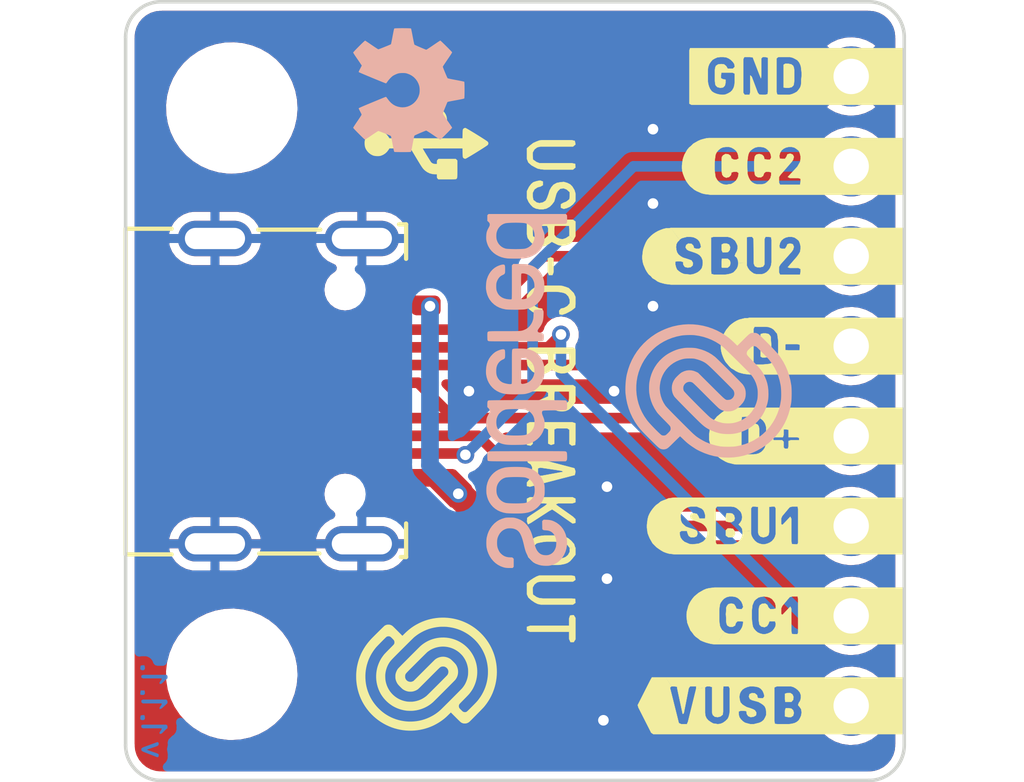
<source format=kicad_pcb>
(kicad_pcb (version 20210623) (generator pcbnew)
  (title_block (title "USB-C breakout") (date "2021-07-06") (rev "V1.1.1.") (company "SOLDERED") (comment 1 "333011"))
  (layers (0 "F.Cu" mixed) (31 "B.Cu" signal) (34 "B.Paste" user) (35 "F.Paste" user) (36 "B.SilkS" user "B.Silkscreen") (37 "F.SilkS" user "F.Silkscreen") (38 "B.Mask" user) (39 "F.Mask" user) (44 "Edge.Cuts" user))
  (net 0 "")
  (net 1 "VUSB")
  (net 2 "CC1")
  (net 3 "SBU1")
  (net 4 "D+")
  (net 5 "D-")
  (net 6 "SBU2")
  (net 7 "CC2")
  (net 8 "GND")
  (footprint "buzzardLabel" (layer "F.Cu") (at 102.6 118.6 -90)
    (fp_text reference "" (at 0 0 90) (layer "F.SilkS") (effects (font (size 1.27 1.27))))
    (fp_text value "" (at 0 0 90) (layer "F.SilkS") (effects (font (size 1.27 1.27))))
  )
  (footprint "e-radionica.com footprinti:HOLE_3.2mm" (layer "F.Cu") (at 93.6 110.6 -90)
    (fp_text reference "H2" hide)
    (fp_text value "HOLE_3.2mm" hide)
    (pad "" np_thru_hole circle locked (at 0 0 270) (size 3.2 3.2) (drill 3.2) (layers F&B.Cu *.Mask))
  )
  (footprint "buzzardLabel" (layer "F.Cu") (at 113 127.49)
    (fp_text reference "" (at 0 0) (layer "F.SilkS") (effects (font (size 1.27 1.27))))
    (fp_text value "" (at 0 0) (layer "F.SilkS") (effects (font (size 1.27 1.27))))
  )
  (footprint "buzzardLabel" (layer "F.Cu") (at 113 112.25)
    (fp_text reference "" (at 0 0) (layer "F.SilkS") (effects (font (size 1.27 1.27))))
    (fp_text value "" (at 0 0) (layer "F.SilkS") (effects (font (size 1.27 1.27))))
  )
  (footprint "Soldered Graphics:Logo-Back-SolderedVERTICAL-10mm" (layer "F.Cu") (at 105.1 118.6 -90)
    (fp_text reference "G***" hide)
    (fp_text value "LOGO" hide)
  )
  (footprint "buzzardLabel" (layer "F.Cu") (at 113 109.71)
    (fp_text reference "" (at 0 0) (layer "F.SilkS") (effects (font (size 1.27 1.27))))
    (fp_text value "" (at 0 0) (layer "F.SilkS") (effects (font (size 1.27 1.27))))
  )
  (footprint "e-radionica.com footprinti:FIDUCIAL_23" (layer "F.Cu") (at 93.1 118.6 -90)
    (fp_text reference "FD1")
    (fp_text value "FIDUCIAL")
    (fp_circle (center 0 0) (end 1 0) (layer "F.Cu") (width 0.2) (fill none))
    (pad "1" smd circle (at 0 0 270) (size 1 1) (layers "F.Cu" "F.Paste" "F.Mask") (clearance 1.1))
  )
  (footprint "buzzardLabel" (layer "F.Cu") (at 113 122.41)
    (fp_text reference "" (at 0 0) (layer "F.SilkS") (effects (font (size 1.27 1.27))))
    (fp_text value "" (at 0 0) (layer "F.SilkS") (effects (font (size 1.27 1.27))))
  )
  (footprint "Soldered Graphics:Symbol-Front-USB" (layer "F.Cu") (at 99.1 111.6 -90)
    (fp_text reference "G***" hide)
    (fp_text value "LOGO" hide)
  )
  (footprint "Soldered Graphics:Logo-Back-OSH-3.5mm" (layer "F.Cu") (at 98.6 110.1 -90)
    (fp_text reference "G***" hide)
    (fp_text value "LOGO" hide)
  )
  (footprint "e-radionica.com footprinti:HOLE_3.2mm" (layer "F.Cu") (at 93.6 126.6 -90)
    (fp_text reference "H1" hide)
    (fp_text value "HOLE_3.2mm" hide)
    (pad "" np_thru_hole circle locked (at 0 0 270) (size 3.2 3.2) (drill 3.2) (layers F&B.Cu *.Mask))
  )
  (footprint "buzzardLabel" (layer "F.Cu") (at 113 114.79)
    (fp_text reference "" (at 0 0) (layer "F.SilkS") (effects (font (size 1.27 1.27))))
    (fp_text value "" (at 0 0) (layer "F.SilkS") (effects (font (size 1.27 1.27))))
  )
  (footprint "e-radionica.com footprinti:U262-161N-4BVC11" (layer "F.Cu") (at 95.6 118.6 -90)
    (fp_text reference "K2")
    (fp_text value "U262-161N-4BVC11")
    (pad "" np_thru_hole circle locked (at 2.913 -1.2 270) (size 0.65 0.65) (drill 0.65) (layers F&B.Cu *.Mask))
    (pad "" np_thru_hole circle locked (at -2.862 -1.2 270) (size 0.65 0.65) (drill 0.65) (layers F&B.Cu *.Mask))
    (pad "A1" smd rect locked (at -3.337 -2.475 270) (size 0.3 1.15) (layers "F.Cu" "F.Paste" "F.Mask") (net 8 "GND"))
    (pad "A4" smd rect locked (at -2.537 -2.475 270) (size 0.3 1.15) (layers "F.Cu" "F.Paste" "F.Mask") (net 1 "VUSB"))
    (pad "A5" smd rect locked (at -1.237 -2.475 270) (size 0.3 1.15) (layers "F.Cu" "F.Paste" "F.Mask") (net 2 "CC1"))
    (pad "A6" smd rect locked (at -0.237 -2.475 270) (size 0.3 1.15) (layers "F.Cu" "F.Paste" "F.Mask") (net 4 "D+"))
    (pad "A7" smd rect locked (at 0.263 -2.475 270) (size 0.3 1.15) (layers "F.Cu" "F.Paste" "F.Mask") (net 5 "D-"))
    (pad "A8" smd rect locked (at 1.263 -2.475 270) (size 0.3 1.15) (layers "F.Cu" "F.Paste" "F.Mask") (net 3 "SBU1"))
    (pad "A9" smd rect locked (at 2.563 -2.475 270) (size 0.3 1.15) (layers "F.Cu" "F.Paste" "F.Mask") (net 1 "VUSB"))
    (pad "A12" smd rect locked (at 3.338 -2.475 270) (size 0.3 1.15) (layers "F.Cu" "F.Paste" "F.Mask") (net 8 "GND"))
    (pad "B1" smd rect locked (at 3.138 -2.475 270) (size 0.3 1.15) (layers "F.Cu" "F.Paste" "F.Mask") (net 8 "GND"))
    (pad "B4" smd rect locked (at 2.363 -2.475 270) (size 0.3 1.15) (layers "F.Cu" "F.Paste" "F.Mask") (net 1 "VUSB"))
    (pad "B5" smd rect locked (at 1.763 -2.475 270) (size 0.3 1.15) (layers "F.Cu" "F.Paste" "F.Mask") (net 7 "CC2"))
    (pad "B6" smd rect locked (at 0.763 -2.475 270) (size 0.3 1.15) (layers "F.Cu" "F.Paste" "F.Mask") (net 4 "D+"))
    (pad "B7" smd rect locked (at -0.737 -2.475 270) (size 0.3 1.15) (layers "F.Cu" "F.Paste" "F.Mask") (net 5 "D-"))
    (pad "B8" smd rect locked (at -1.737 -2.475 270) (size 0.3 1.15) (layers "F.Cu" "F.Paste" "F.Mask") (net 6 "SBU2"))
    (pad "B9" smd rect locked (at -2.337 -2.475 270) (size 0.3 1.15) (layers "F.Cu" "F.Paste" "F.Mask") (net 1 "VUSB"))
    (pad "B12" smd rect locked (at -3.112 -2.475 270) (size 0.3 1.15) (layers "F.Cu" "F.Paste" "F.Mask") (net 8 "GND"))
    (pad "SH" thru_hole oval locked (at 4.313 2.475 270) (size 1 2.1) (drill oval 0.6 1.7) (layers *.Cu *.Mask) (net 8 "GND"))
    (pad "SH" thru_hole oval locked (at -4.312 2.475 270) (size 1 2.1) (drill oval 0.6 1.7) (layers *.Cu *.Mask) (net 8 "GND"))
    (pad "SH" thru_hole oval locked (at 4.313 -1.675 270) (size 1 2.1) (drill oval 0.6 1.7) (layers *.Cu *.Mask) (net 8 "GND"))
    (pad "SH" thru_hole oval locked (at -4.312 -1.675 270) (size 1 2.1) (drill oval 0.6 1.7) (layers *.Cu *.Mask) (net 8 "GND"))
  )
  (footprint "Soldered Graphics:Logo-Front-Soldered-4mm" (layer "F.Cu") (at 99.1 126.6 -90)
    (fp_text reference "G***" hide)
    (fp_text value "LOGO" hide)
  )
  (footprint "buzzardLabel" (layer "F.Cu") (at 113 119.87)
    (fp_text reference "" (at 0 0) (layer "F.SilkS") (effects (font (size 1.27 1.27))))
    (fp_text value "" (at 0 0) (layer "F.SilkS") (effects (font (size 1.27 1.27))))
  )
  (footprint "buzzardLabel" (layer "F.Cu") (at 113 117.33)
    (fp_text reference "" (at 0 0) (layer "F.SilkS") (effects (font (size 1.27 1.27))))
    (fp_text value "" (at 0 0) (layer "F.SilkS") (effects (font (size 1.27 1.27))))
  )
  (footprint "buzzardLabel" (layer "F.Cu") (at 113 124.95)
    (fp_text reference "" (at 0 0) (layer "F.SilkS") (effects (font (size 1.27 1.27))))
    (fp_text value "" (at 0 0) (layer "F.SilkS") (effects (font (size 1.27 1.27))))
  )
  (footprint "e-radionica.com footprinti:HEADER_MALE_8X1" (layer "B.Cu") (at 111.1 118.6 -90)
    (fp_text reference "K1")
    (fp_text value "HEADER_MALE_8X1")
    (pad "1" thru_hole circle locked (at -8.89 0 270) (size 1.7 1.7) (drill 1) (layers *.Cu *.Mask) (net 8 "GND"))
    (pad "2" thru_hole circle locked (at -6.35 0 270) (size 1.7 1.7) (drill 1) (layers *.Cu *.Mask) (net 7 "CC2"))
    (pad "3" thru_hole circle locked (at -3.81 0 270) (size 1.7 1.7) (drill 1) (layers *.Cu *.Mask) (net 6 "SBU2"))
    (pad "4" thru_hole circle locked (at -1.27 0 270) (size 1.7 1.7) (drill 1) (layers *.Cu *.Mask) (net 5 "D-"))
    (pad "5" thru_hole circle locked (at 1.27 0 270) (size 1.7 1.7) (drill 1) (layers *.Cu *.Mask) (net 4 "D+"))
    (pad "6" thru_hole circle locked (at 3.81 0 270) (size 1.7 1.7) (drill 1) (layers *.Cu *.Mask) (net 3 "SBU1"))
    (pad "7" thru_hole circle locked (at 6.35 0 270) (size 1.7 1.7) (drill 1) (layers *.Cu *.Mask) (net 2 "CC1"))
    (pad "8" thru_hole circle locked (at 8.89 0 270) (size 1.7 1.7) (drill 1) (layers *.Cu *.Mask) (net 1 "VUSB"))
  )
  (footprint "Soldered Graphics:Version1.1.1." (layer "B.Cu") (at 91.4 127.6 90)
    (fp_text reference "REF**" hide)
    (fp_text value "Version1.1.1." hide)
    (fp_poly (pts (xy -0.5 -0.35) (xy -0.44 -0.35) (xy -0.43 -0.31) (xy -0.43 0.35) (xy -0.46 0.38) (xy -0.52 0.38) (xy -0.55 0.34) (xy -0.67 0.22) (xy -0.68 0.17) (xy -0.65 0.16) (xy -0.56 0.22) (xy -0.52 0.23) (xy -0.52 -0.31) (xy -0.5 -0.35)) (layer "B.Cu") (width 0.01) (fill solid))
    (fp_poly (pts (xy 0.43 -0.38) (xy 0.48 -0.38) (xy 0.54 -0.37) (xy 0.54 -0.33) (xy 0.54 -0.27) (xy 0.5 -0.26) (xy 0.45 -0.26) (xy 0.42 -0.29) (xy 0.42 -0.34) (xy 0.43 -0.38)) (layer "B.Cu") (width 0.01) (fill solid))
    (fp_poly (pts (xy -0.27 -0.38) (xy -0.22 -0.38) (xy -0.17 -0.37) (xy -0.16 -0.33) (xy -0.16 -0.27) (xy -0.21 -0.26) (xy -0.26 -0.26) (xy -0.29 -0.29) (xy -0.29 -0.34) (xy -0.27 -0.38)) (layer "B.Cu") (width 0.01) (fill solid))
    (fp_poly (pts (xy -1.15 -0.35) (xy -1.1 -0.35) (xy -1.07 -0.31) (xy -0.92 0.1) (xy -0.94 0.13) (xy -0.99 0.13) (xy -1.02 0.1) (xy -1.11 -0.16) (xy -1.13 -0.21) (xy -1.15 -0.17) (xy -1.24 0.09) (xy -1.26 0.13) (xy -1.32 0.13) (xy -1.34 0.1) (xy -1.18 -0.31) (xy -1.15 -0.35)) (layer "B.Cu") (width 0.01) (fill solid))
    (fp_poly (pts (xy 1.14 -0.38) (xy 1.19 -0.38) (xy 1.24 -0.37) (xy 1.25 -0.33) (xy 1.25 -0.27) (xy 1.2 -0.26) (xy 1.15 -0.26) (xy 1.12 -0.29) (xy 1.12 -0.34) (xy 1.14 -0.38)) (layer "B.Cu") (width 0.01) (fill solid))
    (fp_poly (pts (xy 0.21 -0.35) (xy 0.26 -0.35) (xy 0.28 -0.31) (xy 0.28 0.35) (xy 0.24 0.38) (xy 0.19 0.38) (xy 0.15 0.34) (xy 0.04 0.22) (xy 0.02 0.17) (xy 0.05 0.16) (xy 0.14 0.22) (xy 0.18 0.23) (xy 0.18 -0.31) (xy 0.21 -0.35)) (layer "B.Cu") (width 0.01) (fill solid))
    (fp_poly (pts (xy 0.91 -0.35) (xy 0.96 -0.35) (xy 0.98 -0.31) (xy 0.98 0.35) (xy 0.95 0.38) (xy 0.89 0.38) (xy 0.86 0.34) (xy 0.74 0.22) (xy 0.73 0.17) (xy 0.76 0.16) (xy 0.85 0.22) (xy 0.89 0.23) (xy 0.89 -0.31) (xy 0.91 -0.35)) (layer "B.Cu") (width 0.01) (fill solid))
  )
  (gr_line (start 111.6 107.6) (end 91.6 107.6) (layer "Edge.Cuts") (width 0.1))
  (gr_line (start 112.6 128.6) (end 112.6 108.6) (layer "Edge.Cuts") (width 0.1))
  (gr_arc (start 91.6 108.6) (end 90.6 108.6) (angle 90) (layer "Edge.Cuts") (width 0.1))
  (gr_arc (start 111.6 108.6) (end 112.6 108.6) (angle -90) (layer "Edge.Cuts") (width 0.1))
  (gr_line (start 90.6 108.6) (end 90.6 128.6) (layer "Edge.Cuts") (width 0.1))
  (gr_line (start 91.6 129.6) (end 111.6 129.6) (layer "Edge.Cuts") (width 0.1))
  (gr_arc (start 91.6 128.6) (end 91.6 129.6) (angle 90) (layer "Edge.Cuts") (width 0.1))
  (gr_arc (start 111.6 128.6) (end 112.6 128.6) (angle 90) (layer "Edge.Cuts") (width 0.1))
  (segment (start 105.99 127.49) (end 111.1 127.49) (width 0.8) (layer "F.Cu") (net 1))
  (segment (start 100 121.5) (end 105.99 127.49) (width 0.8) (layer "F.Cu") (net 1))
  (via (at 99.2 116.2) (size 0.5) (drill 0.3) (layers "F.Cu" "B.Cu") (net 1))
  (via (at 100 121.5) (size 0.5) (drill 0.3) (layers "F.Cu" "B.Cu") (net 1))
  (segment (start 99.2 120.7) (end 99.2 116.2) (width 0.5) (layer "B.Cu") (net 1))
  (segment (start 100 121.5) (end 99.2 120.7) (width 0.5) (layer "B.Cu") (net 1))
  (segment (start 102.537 117.363) (end 102.9 117) (width 0.3) (layer "F.Cu") (net 2))
  (segment (start 98.075 117.363) (end 102.537 117.363) (width 0.3) (layer "F.Cu") (net 2))
  (via (at 102.9 117) (size 0.5) (drill 0.3) (layers "F.Cu" "B.Cu") (net 2))
  (segment (start 109.75 124.95) (end 111.1 124.95) (width 0.3) (layer "B.Cu") (net 2))
  (segment (start 102.9 117) (end 102.9 118.1) (width 0.3) (layer "B.Cu") (net 2))
  (segment (start 102.9 118.1) (end 109.75 124.95) (width 0.3) (layer "B.Cu") (net 2))
  (segment (start 100.563 119.863) (end 103.11 122.41) (width 0.3) (layer "F.Cu") (net 3))
  (segment (start 103.11 122.41) (end 111.1 122.41) (width 0.3) (layer "F.Cu") (net 3))
  (segment (start 98.075 119.863) (end 100.563 119.863) (width 0.3) (layer "F.Cu") (net 3))
  (segment (start 98.863 118.363) (end 99.837 119.337) (width 0.3) (layer "F.Cu") (net 4))
  (segment (start 99.837 119.363) (end 98.075 119.363) (width 0.3) (layer "F.Cu") (net 4))
  (segment (start 99.837 119.337) (end 99.837 119.363) (width 0.3) (layer "F.Cu") (net 4))
  (segment (start 111.1 119.87) (end 107.07 119.87) (width 0.3) (layer "F.Cu") (net 4))
  (segment (start 107.07 119.87) (end 106.563 119.363) (width 0.3) (layer "F.Cu") (net 4))
  (segment (start 98.075 118.363) (end 98.863 118.363) (width 0.3) (layer "F.Cu") (net 4))
  (segment (start 106.563 119.363) (end 99.837 119.363) (width 0.3) (layer "F.Cu") (net 4))
  (segment (start 98.075 117.863) (end 97.037 117.863) (width 0.3) (layer "F.Cu") (net 5))
  (segment (start 107.07 117.33) (end 111.1 117.33) (width 0.3) (layer "F.Cu") (net 5))
  (segment (start 96.7 118.2) (end 96.7 118.6) (width 0.3) (layer "F.Cu") (net 5))
  (segment (start 98.075 117.863) (end 106.537 117.863) (width 0.3) (layer "F.Cu") (net 5))
  (segment (start 106.537 117.863) (end 107.07 117.33) (width 0.3) (layer "F.Cu") (net 5))
  (segment (start 96.7 118.6) (end 96.963 118.863) (width 0.3) (layer "F.Cu") (net 5))
  (segment (start 96.963 118.863) (end 98.075 118.863) (width 0.3) (layer "F.Cu") (net 5))
  (segment (start 97.037 117.863) (end 96.7 118.2) (width 0.3) (layer "F.Cu") (net 5))
  (segment (start 98.075 116.863) (end 100.337 116.863) (width 0.3) (layer "F.Cu") (net 6))
  (segment (start 100.337 116.863) (end 102.41 114.79) (width 0.3) (layer "F.Cu") (net 6))
  (segment (start 102.41 114.79) (end 111.1 114.79) (width 0.3) (layer "F.Cu") (net 6))
  (segment (start 100.163 120.363) (end 98.075 120.363) (width 0.3) (layer "F.Cu") (net 7))
  (segment (start 100.2 120.4) (end 100.163 120.363) (width 0.3) (layer "F.Cu") (net 7))
  (via (at 100.2 120.4) (size 0.5) (drill 0.3) (layers "F.Cu" "B.Cu") (net 7))
  (segment (start 100.2 120.4) (end 102.1 118.5) (width 0.3) (layer "B.Cu") (net 7))
  (segment (start 102.1 118.5) (end 102.1 115.1) (width 0.3) (layer "B.Cu") (net 7))
  (segment (start 104.95 112.25) (end 111.1 112.25) (width 0.3) (layer "B.Cu") (net 7))
  (segment (start 102.1 115.1) (end 104.95 112.25) (width 0.3) (layer "B.Cu") (net 7))
  (via (at 105.5 111.2) (size 0.5) (drill 0.3) (layers "F.Cu" "B.Cu") (net 8))
  (via (at 104.1 127.9) (size 0.5) (drill 0.3) (layers "F.Cu" "B.Cu") (net 8))
  (via (at 100.3 118.6) (size 0.5) (drill 0.3) (layers "F.Cu" "B.Cu") (net 8))
  (via (at 105.5 113.3) (size 0.5) (drill 0.3) (layers "F.Cu" "B.Cu") (net 8))
  (via (at 105.5 116.2) (size 0.5) (drill 0.3) (layers "F.Cu" "B.Cu") (net 8))
  (via (at 104.2 123.9) (size 0.5) (drill 0.3) (layers "F.Cu" "B.Cu") (net 8))
  (via (at 104.2 121.3) (size 0.5) (drill 0.3) (layers "F.Cu" "B.Cu") (net 8))
  (via (at 104.4 118.6) (size 0.5) (drill 0.3) (layers "F.Cu" "B.Cu") (net 8))
  (zone (net 1) (net_name "VUSB") (layer "F.Cu") (priority 2) (connect_pads yes (clearance 0.254)) (min_thickness 0.254) (fill yes (thermal_gap 0.254) (thermal_bridge_width 0.254))
    (polygon (pts (xy 99.4 116.5) (xy 98.8 116.5) (xy 98.7 116.4) (xy 97.5 116.4) (xy 97.5 115.9) (xy 99.4 115.9) (xy 99.5 116) (xy 99.5 116.4)))
  )
  (zone (net 8) (net_name "GND") (layers F&B.Cu) (connect_pads (clearance 0.254)) (min_thickness 0.254) (fill yes (thermal_gap 0.254) (thermal_bridge_width 0.254))
    (polygon (pts (xy 90.6 129.6) (xy 90.6 107.6) (xy 112.6 107.6) (xy 112.6 129.6)))
  )
  (zone (net 1) (net_name "VUSB") (layer "F.Cu") (priority 2) (connect_pads yes (clearance 0.254)) (min_thickness 0.254) (fill yes (thermal_gap 0.254) (thermal_bridge_width 0.254))
    (polygon (pts (xy 100 121.9) (xy 99.8 121.9) (xy 99.2 121.3) (xy 97.5 121.3) (xy 97.5 120.8) (xy 99.9 120.8) (xy 100.4 121.3) (xy 100.4 121.5)))
  )
)
</source>
